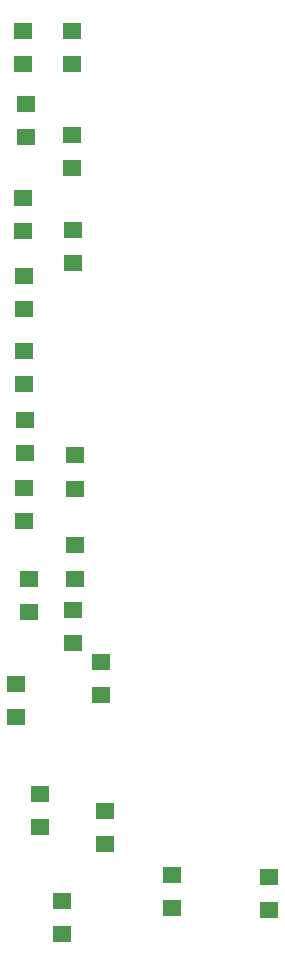
<source format=gbr>
G04 DipTrace 3.3.1.1*
G04 TopPaste.gbr*
%MOIN*%
G04 #@! TF.FileFunction,Paste,Top*
G04 #@! TF.Part,Single*
%ADD35R,0.062866X0.054992*%
%FSLAX26Y26*%
G04*
G70*
G90*
G75*
G01*
G04 TopPaste*
%LPD*%
D35*
X630220Y1309354D3*
Y1199118D3*
X574175Y3851552D3*
Y3741316D3*
X737060D3*
Y3851552D3*
X584126Y3499151D3*
Y3609387D3*
X738488Y3504236D3*
Y3394000D3*
X575630Y3294272D3*
Y3184035D3*
X741550Y3187487D3*
Y3077251D3*
X577441Y3033929D3*
Y2923693D3*
X577287Y2673274D3*
Y2783510D3*
X581635Y2445378D3*
Y2555614D3*
X746420Y2325949D3*
Y2436185D3*
X577915Y2326680D3*
Y2216444D3*
X747689Y2136186D3*
Y2025950D3*
X592874Y2023744D3*
Y1913508D3*
X742369Y1920870D3*
Y1810634D3*
X835106Y1749245D3*
Y1639009D3*
X846756Y1250299D3*
Y1140063D3*
X551904Y1673482D3*
Y1563245D3*
X703789Y841861D3*
Y952097D3*
X1071014Y1036824D3*
Y926588D3*
X1395012Y1032113D3*
Y921877D3*
M02*

</source>
